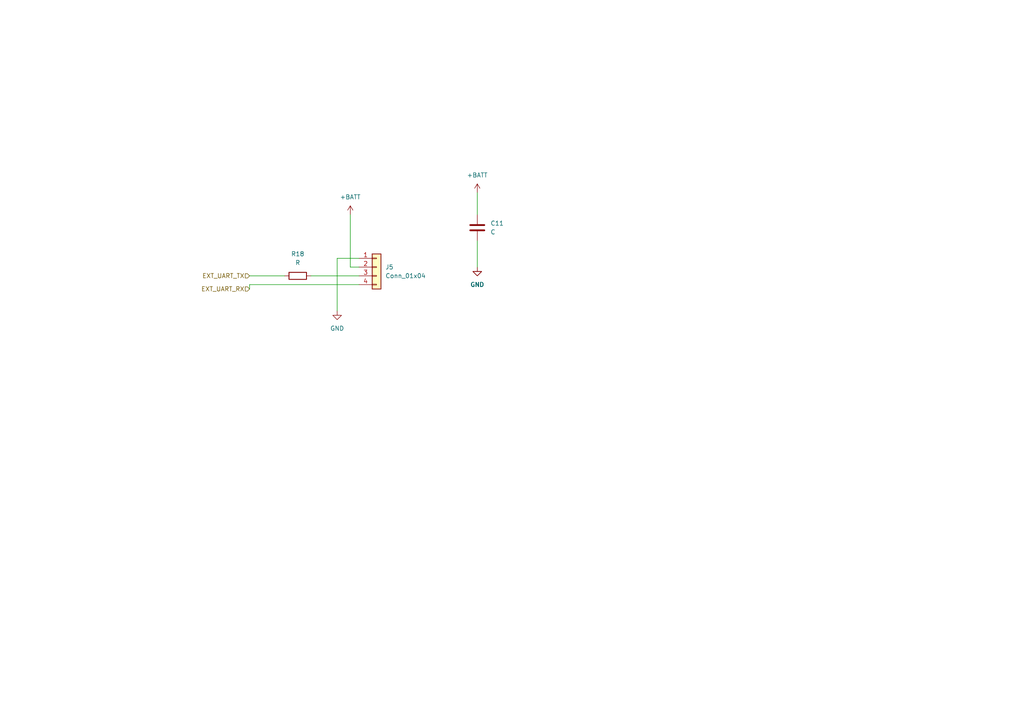
<source format=kicad_sch>
(kicad_sch (version 20230121) (generator eeschema)
  (paper "A4")
  (lib_symbols
    (symbol "Connector_Generic:Conn_01x04" (pin_names (offset 1.016) hide)
      (property "Reference" "J" (at 0 5.08 0))
      (property "Value" "Conn_01x04" (at 0 -7.62 0))
      (symbol "Conn_01x04_1_1"
        (rectangle (start -1.27 -4.953) (end 0 -5.207) (stroke (width 0.1524)))
        (rectangle (start -1.27 -2.413) (end 0 -2.667) (stroke (width 0.1524)))
        (rectangle (start -1.27 0.127) (end 0 -0.127) (stroke (width 0.1524)))
        (rectangle (start -1.27 2.667) (end 0 2.413) (stroke (width 0.1524)))
        (rectangle (start -1.27 3.81) (end 1.27 -6.35) (stroke (width 0.254)) (fill (type background)))
        (pin passive line (at -5.08 2.54 0) (length 3.81) (name "Pin_1") (number "1"))
        (pin passive line (at -5.08 0 0) (length 3.81) (name "Pin_2") (number "2"))
        (pin passive line (at -5.08 -2.54 0) (length 3.81) (name "Pin_3") (number "3"))
        (pin passive line (at -5.08 -5.08 0) (length 3.81) (name "Pin_4") (number "4"))
      )
    )
    (symbol "Device:C" (pin_numbers hide) (pin_names (offset 0.254))
      (property "Reference" "C" (at 0.635 2.54 0))
      (property "Value" "C" (at 0.635 -2.54 0))
      (symbol "C_0_1"
        (polyline (pts (xy -2.032 -0.762) (xy 2.032 -0.762)) (stroke (width 0.508)))
        (polyline (pts (xy -2.032 0.762) (xy 2.032 0.762)) (stroke (width 0.508)))
      )
      (symbol "C_1_1"
        (pin passive line (at 0 3.81 270) (length 2.794) (name "~") (number "1"))
        (pin passive line (at 0 -3.81 90) (length 2.794) (name "~") (number "2"))
      )
    )
    (symbol "Device:R" (pin_numbers hide) (pin_names (offset 0))
      (property "Reference" "R" (at 2.032 0 90))
      (property "Value" "R" (at 0 0 90))
      (symbol "R_0_1"
        (rectangle (start -1.016 -2.54) (end 1.016 2.54) (stroke (width 0.254)))
      )
      (symbol "R_1_1"
        (pin passive line (at 0 3.81 270) (length 1.27) (name "~") (number "1"))
        (pin passive line (at 0 -3.81 90) (length 1.27) (name "~") (number "2"))
      )
    )
    (symbol "power:+BATT" (power) (pin_names (offset 0))
      (property "Value" "+BATT" (at 0 3.556 0))
      (symbol "+BATT_0_1"
        (polyline (pts (xy -0.762 1.27) (xy 0 2.54)))
        (polyline (pts (xy 0 0) (xy 0 2.54)))
        (polyline (pts (xy 0 2.54) (xy 0.762 1.27)))
      )
      (symbol "+BATT_1_1"
        (pin power_in line (at 0 0 90) (length 0) hide (name "+BATT") (number "1"))
      )
    )
    (symbol "power:GND" (power) (pin_names (offset 0))
      (property "Value" "GND" (at 0 -3.81 0))
      (symbol "GND_0_1"
        (polyline (pts (xy 0 0) (xy 0 -1.27) (xy 1.27 -1.27) (xy 0 -2.54) (xy -1.27 -1.27) (xy 0 -1.27)))
      )
      (symbol "GND_1_1"
        (pin power_in line (at 0 0 270) (length 0) hide (name "GND") (number "1"))
      )
    )
  )
  (wire (pts (xy 138.43 55.88) (xy 138.43 62.23)))
  (wire (pts (xy 72.39 80.01) (xy 82.55 80.01)))
  (wire (pts (xy 90.17 80.01) (xy 104.14 80.01)))
  (wire (pts (xy 104.14 82.55) (xy 72.39 82.55)))
  (wire (pts (xy 138.43 69.85) (xy 138.43 77.47)))
  (wire (pts (xy 104.14 77.47) (xy 101.6 77.47)))
  (wire (pts (xy 101.6 77.47) (xy 101.6 62.23)))
  (wire (pts (xy 97.79 74.93) (xy 97.79 90.17)))
  (wire (pts (xy 104.14 74.93) (xy 97.79 74.93)))
  (wire (pts (xy 72.39 82.55) (xy 72.39 83.82)))
  (hierarchical_label "EXT_UART_RX" (shape input) (at 72.39 83.82 180))
  (hierarchical_label "EXT_UART_TX" (shape input) (at 72.39 80.01 180))
  (symbol (lib_id "Connector_Generic:Conn_01x04") (at 109.22 77.47 0) (unit 1)
    (property "Reference" "J5" (at 111.76 77.47 0) (effects (justify left)))
    (property "Value" "Conn_01x04" (at 111.76 80.01 0) (effects (justify left)))
    (property "Footprint" "Connector_PinHeader_2.54mm:PinHeader_1x04_P2.54mm_Vertical" (effects hide))
  )
  (symbol (lib_id "Device:C") (at 138.43 66.04 0) (unit 1)
    (property "Reference" "C11" (at 142.24 64.77 0) (effects (justify left)))
    (property "Value" "C" (at 142.24 67.31 0) (effects (justify left)))
    (property "Footprint" "Capacitor_SMD:C_0603_1608Metric" (effects hide))
  )
  (symbol (lib_id "power:GND") (at 138.43 77.47 0) (unit 1)
    (property "Reference" "#PWR031" (effects hide))
    (property "Value" "GND" (at 138.43 82.55 0))
  )
  (symbol (lib_id "power:+BATT") (at 138.43 55.88 0) (unit 1)
    (property "Reference" "#PWR030" (effects hide))
    (property "Value" "+BATT" (at 138.43 50.8 0))
  )
  (symbol (lib_id "power:GND") (at 138.43 77.47 0) (unit 1)
    (property "Reference" "#PWR032" (effects hide))
    (property "Value" "GND" (at 138.43 82.55 0))
  )
  (symbol (lib_id "Device:R") (at 86.36 80.01 90) (unit 1)
    (property "Reference" "R18" (at 86.36 73.66 90))
    (property "Value" "R" (at 86.36 76.2 90))
    (property "Footprint" "Resistor_SMD:R_0603_1608Metric" (effects hide))
  )
  (symbol (lib_id "power:GND") (at 97.79 90.17 0) (unit 1)
    (property "Reference" "#PWR028" (effects hide))
    (property "Value" "GND" (at 97.79 95.25 0))
  )
  (symbol (lib_id "power:+BATT") (at 101.6 62.23 0) (unit 1)
    (property "Reference" "#PWR029" (effects hide))
    (property "Value" "+BATT" (at 101.6 57.15 0))
  )
)
</source>
